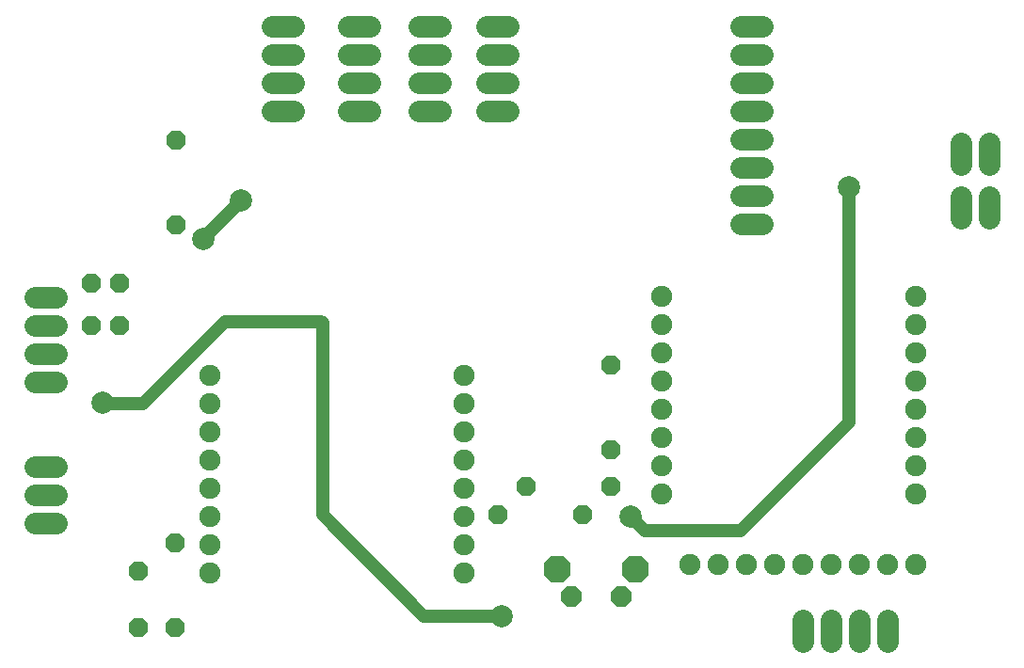
<source format=gbr>
G04 EAGLE Gerber RS-274X export*
G75*
%MOMM*%
%FSLAX34Y34*%
%LPD*%
%INTop Copper*%
%IPPOS*%
%AMOC8*
5,1,8,0,0,1.08239X$1,22.5*%
G01*
%ADD10P,1.853918X8X112.500000*%
%ADD11P,1.853918X8X292.500000*%
%ADD12C,1.900000*%
%ADD13P,2.056541X8X22.500000*%
%ADD14P,2.597736X8X22.500000*%
%ADD15P,1.853918X8X202.500000*%
%ADD16C,1.916000*%
%ADD17C,1.200000*%
%ADD18C,2.000000*%


D10*
X147160Y35640D03*
X147160Y111840D03*
D11*
X114140Y86360D03*
X114140Y35560D03*
D12*
X177800Y110490D03*
X177800Y135890D03*
X177800Y161290D03*
X177800Y186690D03*
X177800Y212090D03*
X177800Y237490D03*
X177800Y262890D03*
X406400Y110490D03*
X406400Y135890D03*
X406400Y161290D03*
X406400Y186690D03*
X406400Y212090D03*
X406400Y237490D03*
X406400Y262890D03*
X177800Y85090D03*
X406400Y85090D03*
D13*
X503280Y63500D03*
X548280Y63500D03*
D14*
X560780Y88500D03*
X490780Y88500D03*
D15*
X513080Y137160D03*
X436880Y137160D03*
D16*
X40060Y332740D02*
X20900Y332740D01*
X20900Y307340D02*
X40060Y307340D01*
X40060Y281940D02*
X20900Y281940D01*
X20900Y256540D02*
X40060Y256540D01*
D11*
X147460Y474860D03*
X147460Y398660D03*
D15*
X96520Y345440D03*
X71120Y345440D03*
X96520Y307340D03*
X71120Y307340D03*
D10*
X538480Y195580D03*
X538480Y271780D03*
D16*
X322000Y576580D02*
X302840Y576580D01*
X302840Y551180D02*
X322000Y551180D01*
X322000Y525780D02*
X302840Y525780D01*
X302840Y500380D02*
X322000Y500380D01*
X253420Y576580D02*
X234260Y576580D01*
X234260Y551180D02*
X253420Y551180D01*
X253420Y525780D02*
X234260Y525780D01*
X234260Y500380D02*
X253420Y500380D01*
D15*
X538480Y162560D03*
X462280Y162560D03*
D16*
X655900Y576580D02*
X675060Y576580D01*
X675060Y551180D02*
X655900Y551180D01*
X655900Y525780D02*
X675060Y525780D01*
X675060Y500380D02*
X655900Y500380D01*
X655900Y474980D02*
X675060Y474980D01*
X675060Y449580D02*
X655900Y449580D01*
X655900Y424180D02*
X675060Y424180D01*
X675060Y398780D02*
X655900Y398780D01*
D12*
X584200Y181610D03*
X584200Y207010D03*
X584200Y232410D03*
X584200Y257810D03*
X584200Y283210D03*
X584200Y308610D03*
X584200Y334010D03*
X812800Y181610D03*
X812800Y207010D03*
X812800Y232410D03*
X812800Y257810D03*
X812800Y283210D03*
X812800Y308610D03*
X812800Y334010D03*
X584200Y156210D03*
X812800Y156210D03*
X812800Y92710D03*
X787400Y92710D03*
X762000Y92710D03*
X736600Y92710D03*
X711200Y92710D03*
X685800Y92710D03*
X660400Y92710D03*
X635000Y92710D03*
X609600Y92710D03*
D16*
X787400Y42600D02*
X787400Y23440D01*
X762000Y23440D02*
X762000Y42600D01*
X736600Y42600D02*
X736600Y23440D01*
X711200Y23440D02*
X711200Y42600D01*
X40060Y129540D02*
X20900Y129540D01*
X20900Y154940D02*
X40060Y154940D01*
X40060Y180340D02*
X20900Y180340D01*
X366340Y576580D02*
X385500Y576580D01*
X385500Y551180D02*
X366340Y551180D01*
X366340Y525780D02*
X385500Y525780D01*
X385500Y500380D02*
X366340Y500380D01*
X427300Y576580D02*
X446460Y576580D01*
X446460Y551180D02*
X427300Y551180D01*
X427300Y525780D02*
X446460Y525780D01*
X446460Y500380D02*
X427300Y500380D01*
X853440Y423600D02*
X853440Y404440D01*
X878840Y404440D02*
X878840Y423600D01*
X853440Y452700D02*
X853440Y471860D01*
X878840Y471860D02*
X878840Y452700D01*
D17*
X206000Y420000D02*
X172000Y386000D01*
X569600Y123440D02*
X655960Y123440D01*
X569600Y123440D02*
X556900Y136140D01*
X655960Y123440D02*
X753460Y220940D01*
X753460Y432340D01*
D18*
X172000Y386000D03*
X206000Y420000D03*
X556900Y136140D03*
X753460Y432340D03*
D17*
X118310Y237310D02*
X82750Y237310D01*
X82060Y238000D01*
X118310Y237310D02*
X192000Y311000D01*
D18*
X82060Y238000D03*
X440340Y46220D03*
D17*
X370340Y46220D01*
X279400Y137160D02*
X279400Y309880D01*
X278280Y311000D01*
X192000Y311000D01*
X279400Y137160D02*
X370340Y46220D01*
M02*

</source>
